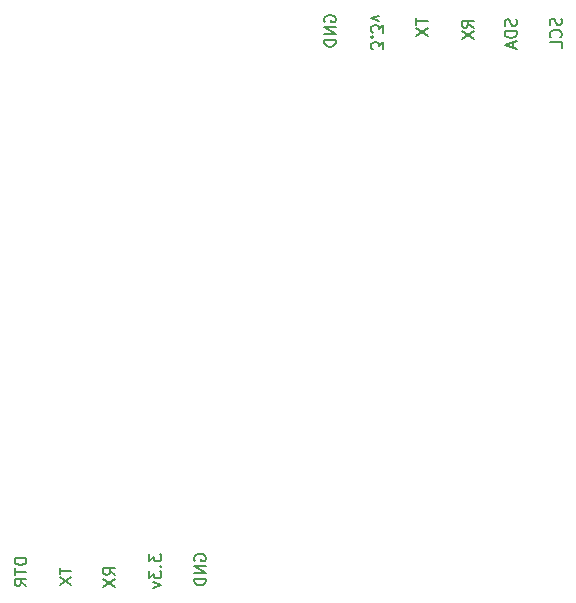
<source format=gbr>
G04 #@! TF.GenerationSoftware,KiCad,Pcbnew,(5.1.0)-1*
G04 #@! TF.CreationDate,2019-08-28T19:33:05+02:00*
G04 #@! TF.ProjectId,atkeyboard,61746b65-7962-46f6-9172-642e6b696361,rev?*
G04 #@! TF.SameCoordinates,Original*
G04 #@! TF.FileFunction,Legend,Bot*
G04 #@! TF.FilePolarity,Positive*
%FSLAX46Y46*%
G04 Gerber Fmt 4.6, Leading zero omitted, Abs format (unit mm)*
G04 Created by KiCad (PCBNEW (5.1.0)-1) date 2019-08-28 19:33:05*
%MOMM*%
%LPD*%
G04 APERTURE LIST*
%ADD10C,0.150000*%
G04 APERTURE END LIST*
D10*
X132545200Y-144487995D02*
X132497580Y-144392757D01*
X132497580Y-144249900D01*
X132545200Y-144107042D01*
X132640438Y-144011804D01*
X132735676Y-143964185D01*
X132926152Y-143916566D01*
X133069009Y-143916566D01*
X133259485Y-143964185D01*
X133354723Y-144011804D01*
X133449961Y-144107042D01*
X133497580Y-144249900D01*
X133497580Y-144345138D01*
X133449961Y-144487995D01*
X133402342Y-144535614D01*
X133069009Y-144535614D01*
X133069009Y-144345138D01*
X133497580Y-144964185D02*
X132497580Y-144964185D01*
X133497580Y-145535614D01*
X132497580Y-145535614D01*
X133497580Y-146011804D02*
X132497580Y-146011804D01*
X132497580Y-146249900D01*
X132545200Y-146392757D01*
X132640438Y-146487995D01*
X132735676Y-146535614D01*
X132926152Y-146583233D01*
X133069009Y-146583233D01*
X133259485Y-146535614D01*
X133354723Y-146487995D01*
X133449961Y-146392757D01*
X133497580Y-146249900D01*
X133497580Y-146011804D01*
X128700280Y-143922928D02*
X128700280Y-144541976D01*
X129081233Y-144208642D01*
X129081233Y-144351500D01*
X129128852Y-144446738D01*
X129176471Y-144494357D01*
X129271709Y-144541976D01*
X129509804Y-144541976D01*
X129605042Y-144494357D01*
X129652661Y-144446738D01*
X129700280Y-144351500D01*
X129700280Y-144065785D01*
X129652661Y-143970547D01*
X129605042Y-143922928D01*
X129605042Y-144970547D02*
X129652661Y-145018166D01*
X129700280Y-144970547D01*
X129652661Y-144922928D01*
X129605042Y-144970547D01*
X129700280Y-144970547D01*
X128700280Y-145351500D02*
X128700280Y-145970547D01*
X129081233Y-145637214D01*
X129081233Y-145780071D01*
X129128852Y-145875309D01*
X129176471Y-145922928D01*
X129271709Y-145970547D01*
X129509804Y-145970547D01*
X129605042Y-145922928D01*
X129652661Y-145875309D01*
X129700280Y-145780071D01*
X129700280Y-145494357D01*
X129652661Y-145399119D01*
X129605042Y-145351500D01*
X129033614Y-146303880D02*
X129700280Y-146541976D01*
X129033614Y-146780071D01*
X125814080Y-145705533D02*
X125337890Y-145372200D01*
X125814080Y-145134104D02*
X124814080Y-145134104D01*
X124814080Y-145515057D01*
X124861700Y-145610295D01*
X124909319Y-145657914D01*
X125004557Y-145705533D01*
X125147414Y-145705533D01*
X125242652Y-145657914D01*
X125290271Y-145610295D01*
X125337890Y-145515057D01*
X125337890Y-145134104D01*
X124814080Y-146038866D02*
X125814080Y-146705533D01*
X124814080Y-146705533D02*
X125814080Y-146038866D01*
X121105680Y-145084895D02*
X121105680Y-145656323D01*
X122105680Y-145370609D02*
X121105680Y-145370609D01*
X121105680Y-145894419D02*
X122105680Y-146561085D01*
X121105680Y-146561085D02*
X122105680Y-145894419D01*
X118295680Y-144272142D02*
X117295680Y-144272142D01*
X117295680Y-144510238D01*
X117343300Y-144653095D01*
X117438538Y-144748333D01*
X117533776Y-144795952D01*
X117724252Y-144843571D01*
X117867109Y-144843571D01*
X118057585Y-144795952D01*
X118152823Y-144748333D01*
X118248061Y-144653095D01*
X118295680Y-144510238D01*
X118295680Y-144272142D01*
X117295680Y-145129285D02*
X117295680Y-145700714D01*
X118295680Y-145415000D02*
X117295680Y-145415000D01*
X118295680Y-146605476D02*
X117819490Y-146272142D01*
X118295680Y-146034047D02*
X117295680Y-146034047D01*
X117295680Y-146415000D01*
X117343300Y-146510238D01*
X117390919Y-146557857D01*
X117486157Y-146605476D01*
X117629014Y-146605476D01*
X117724252Y-146557857D01*
X117771871Y-146510238D01*
X117819490Y-146415000D01*
X117819490Y-146034047D01*
X163561661Y-98593423D02*
X163609280Y-98736280D01*
X163609280Y-98974376D01*
X163561661Y-99069614D01*
X163514042Y-99117233D01*
X163418804Y-99164852D01*
X163323566Y-99164852D01*
X163228328Y-99117233D01*
X163180709Y-99069614D01*
X163133090Y-98974376D01*
X163085471Y-98783900D01*
X163037852Y-98688661D01*
X162990233Y-98641042D01*
X162894995Y-98593423D01*
X162799757Y-98593423D01*
X162704519Y-98641042D01*
X162656900Y-98688661D01*
X162609280Y-98783900D01*
X162609280Y-99021995D01*
X162656900Y-99164852D01*
X163514042Y-100164852D02*
X163561661Y-100117233D01*
X163609280Y-99974376D01*
X163609280Y-99879138D01*
X163561661Y-99736280D01*
X163466423Y-99641042D01*
X163371185Y-99593423D01*
X163180709Y-99545804D01*
X163037852Y-99545804D01*
X162847376Y-99593423D01*
X162752138Y-99641042D01*
X162656900Y-99736280D01*
X162609280Y-99879138D01*
X162609280Y-99974376D01*
X162656900Y-100117233D01*
X162704519Y-100164852D01*
X163609280Y-101069614D02*
X163609280Y-100593423D01*
X162609280Y-100593423D01*
X159751661Y-98658514D02*
X159799280Y-98801371D01*
X159799280Y-99039466D01*
X159751661Y-99134704D01*
X159704042Y-99182323D01*
X159608804Y-99229942D01*
X159513566Y-99229942D01*
X159418328Y-99182323D01*
X159370709Y-99134704D01*
X159323090Y-99039466D01*
X159275471Y-98848990D01*
X159227852Y-98753752D01*
X159180233Y-98706133D01*
X159084995Y-98658514D01*
X158989757Y-98658514D01*
X158894519Y-98706133D01*
X158846900Y-98753752D01*
X158799280Y-98848990D01*
X158799280Y-99087085D01*
X158846900Y-99229942D01*
X159799280Y-99658514D02*
X158799280Y-99658514D01*
X158799280Y-99896609D01*
X158846900Y-100039466D01*
X158942138Y-100134704D01*
X159037376Y-100182323D01*
X159227852Y-100229942D01*
X159370709Y-100229942D01*
X159561185Y-100182323D01*
X159656423Y-100134704D01*
X159751661Y-100039466D01*
X159799280Y-99896609D01*
X159799280Y-99658514D01*
X159513566Y-100610895D02*
X159513566Y-101087085D01*
X159799280Y-100515657D02*
X158799280Y-100848990D01*
X159799280Y-101182323D01*
X156154380Y-99350533D02*
X155678190Y-99017200D01*
X156154380Y-98779104D02*
X155154380Y-98779104D01*
X155154380Y-99160057D01*
X155202000Y-99255295D01*
X155249619Y-99302914D01*
X155344857Y-99350533D01*
X155487714Y-99350533D01*
X155582952Y-99302914D01*
X155630571Y-99255295D01*
X155678190Y-99160057D01*
X155678190Y-98779104D01*
X155154380Y-99683866D02*
X156154380Y-100350533D01*
X155154380Y-100350533D02*
X156154380Y-99683866D01*
X151306280Y-98552095D02*
X151306280Y-99123523D01*
X152306280Y-98837809D02*
X151306280Y-98837809D01*
X151306280Y-99361619D02*
X152306280Y-100028285D01*
X151306280Y-100028285D02*
X152306280Y-99361619D01*
X143556100Y-98869595D02*
X143508480Y-98774357D01*
X143508480Y-98631500D01*
X143556100Y-98488642D01*
X143651338Y-98393404D01*
X143746576Y-98345785D01*
X143937052Y-98298166D01*
X144079909Y-98298166D01*
X144270385Y-98345785D01*
X144365623Y-98393404D01*
X144460861Y-98488642D01*
X144508480Y-98631500D01*
X144508480Y-98726738D01*
X144460861Y-98869595D01*
X144413242Y-98917214D01*
X144079909Y-98917214D01*
X144079909Y-98726738D01*
X144508480Y-99345785D02*
X143508480Y-99345785D01*
X144508480Y-99917214D01*
X143508480Y-99917214D01*
X144508480Y-100393404D02*
X143508480Y-100393404D01*
X143508480Y-100631500D01*
X143556100Y-100774357D01*
X143651338Y-100869595D01*
X143746576Y-100917214D01*
X143937052Y-100964833D01*
X144079909Y-100964833D01*
X144270385Y-100917214D01*
X144365623Y-100869595D01*
X144460861Y-100774357D01*
X144508480Y-100631500D01*
X144508480Y-100393404D01*
X148502619Y-101199771D02*
X148502619Y-100580723D01*
X148121666Y-100914057D01*
X148121666Y-100771200D01*
X148074047Y-100675961D01*
X148026428Y-100628342D01*
X147931190Y-100580723D01*
X147693095Y-100580723D01*
X147597857Y-100628342D01*
X147550238Y-100675961D01*
X147502619Y-100771200D01*
X147502619Y-101056914D01*
X147550238Y-101152152D01*
X147597857Y-101199771D01*
X147597857Y-100152152D02*
X147550238Y-100104533D01*
X147502619Y-100152152D01*
X147550238Y-100199771D01*
X147597857Y-100152152D01*
X147502619Y-100152152D01*
X148502619Y-99771200D02*
X148502619Y-99152152D01*
X148121666Y-99485485D01*
X148121666Y-99342628D01*
X148074047Y-99247390D01*
X148026428Y-99199771D01*
X147931190Y-99152152D01*
X147693095Y-99152152D01*
X147597857Y-99199771D01*
X147550238Y-99247390D01*
X147502619Y-99342628D01*
X147502619Y-99628342D01*
X147550238Y-99723580D01*
X147597857Y-99771200D01*
X148169285Y-98818819D02*
X147502619Y-98580723D01*
X148169285Y-98342628D01*
M02*

</source>
